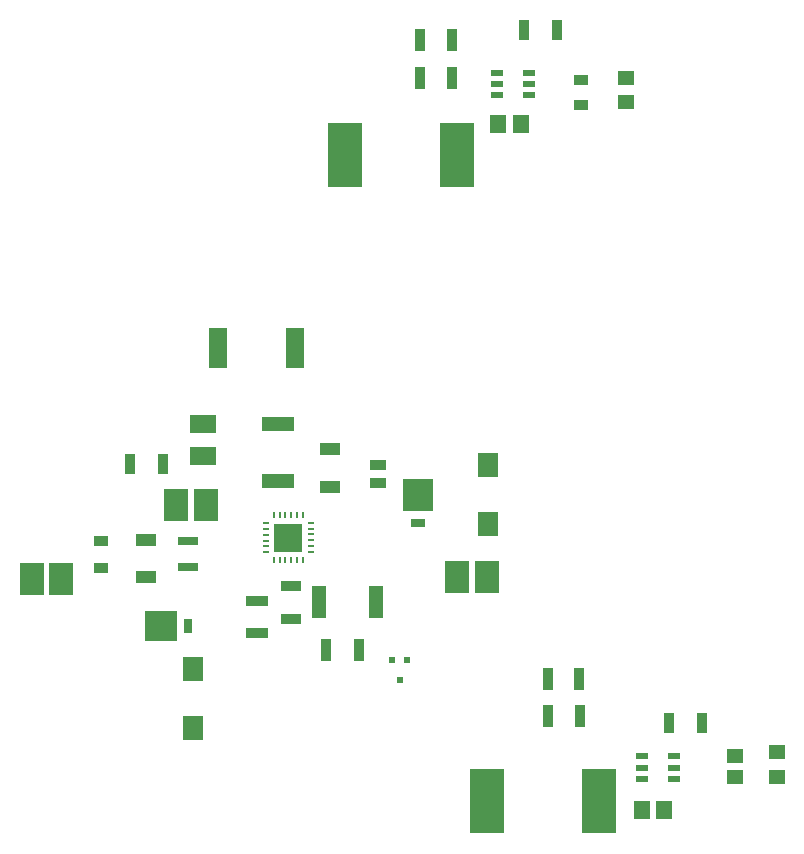
<source format=gtp>
%FSTAX23Y23*%
%MOIN*%
%SFA1B1*%

%IPPOS*%
%ADD15R,0.096500X0.096500*%
%ADD16R,0.023600X0.009800*%
%ADD17R,0.009800X0.023600*%
%ADD18R,0.066900X0.078700*%
%ADD19R,0.118100X0.216500*%
%ADD20R,0.037400X0.066900*%
%ADD21R,0.066900X0.037400*%
%ADD22R,0.035400X0.072800*%
%ADD23R,0.072800X0.035400*%
%ADD24R,0.051200X0.110200*%
%ADD25R,0.070900X0.029500*%
%ADD26R,0.082800X0.110500*%
%ADD27R,0.066900X0.039400*%
%ADD28R,0.061000X0.137800*%
%ADD29R,0.110200X0.051200*%
%ADD30R,0.086600X0.059100*%
%ADD31R,0.051200X0.035400*%
%ADD32R,0.035400X0.074800*%
%ADD33R,0.043300X0.023600*%
%ADD34R,0.055400X0.061500*%
%ADD35R,0.057600X0.049400*%
%ADD36R,0.053600X0.045500*%
%ADD37R,0.053100X0.037400*%
%ADD38R,0.050000X0.030000*%
%ADD39R,0.100000X0.105100*%
%ADD40R,0.105100X0.100000*%
%ADD41R,0.030000X0.050000*%
%ADD42R,0.023600X0.023600*%
G54D15*
X03388Y02776D03*
G54D16*
X03463Y02747D03*
Y02767D03*
Y02787D03*
Y02806D03*
Y02826D03*
Y02728D03*
X03314Y02747D03*
Y02766D03*
Y02786D03*
Y02806D03*
Y02825D03*
Y02727D03*
G54D17*
X03418Y02851D03*
X03398D03*
X03378D03*
X03359D03*
X03339D03*
X03437D03*
X03418Y02701D03*
X03398D03*
X03378D03*
X03359D03*
X03339D03*
X03437D03*
G54D18*
X04053Y03019D03*
Y02822D03*
X03071Y02338D03*
Y02141D03*
G54D19*
X03951Y04052D03*
X03577D03*
X0405Y01898D03*
X04424D03*
G54D20*
X04285Y04468D03*
X04174D03*
X04767Y02157D03*
X04657D03*
X02971Y03022D03*
X02861D03*
G54D21*
X03397Y02615D03*
Y02504D03*
G54D22*
X03515Y02402D03*
X03622D03*
G54D23*
X03285Y02458D03*
Y02565D03*
G54D24*
X03491Y02562D03*
X0368D03*
G54D25*
X03053Y02679D03*
Y02765D03*
G54D26*
X04049Y02644D03*
X0395D03*
X03112Y02885D03*
X03013D03*
X02532Y02639D03*
X0263D03*
G54D27*
X03527Y02946D03*
Y03072D03*
X02914Y02644D03*
Y0277D03*
G54D28*
X03155Y03409D03*
X03409D03*
G54D29*
X03355Y03154D03*
Y02965D03*
G54D30*
X03102Y03155D03*
Y03049D03*
G54D31*
X02763Y02764D03*
Y02674D03*
X04363Y04302D03*
Y04219D03*
G54D32*
X04253Y02183D03*
X04359D03*
X04252Y02304D03*
X04358D03*
X03933Y04436D03*
X03826D03*
X03935Y04308D03*
X03828D03*
G54D33*
X04568Y02009D03*
Y01972D03*
X04675D03*
Y02009D03*
X04568Y02047D03*
X04675D03*
X04084Y04289D03*
X0419Y04326D03*
X04084D03*
X0419Y04289D03*
Y04252D03*
X04084D03*
G54D34*
X04641Y0187D03*
X04566D03*
X04088Y04155D03*
X04163D03*
G54D35*
X05016Y0198D03*
Y02061D03*
X04513Y04228D03*
Y04309D03*
G54D36*
X04878Y02048D03*
Y01979D03*
G54D37*
X03688Y03019D03*
Y0296D03*
G54D38*
X0382Y02824D03*
G54D39*
X0382Y02917D03*
G54D40*
X02963Y02481D03*
G54D41*
X03055Y02481D03*
G54D42*
X03734Y02369D03*
X03785D03*
X03759Y02302D03*
M02*
</source>
